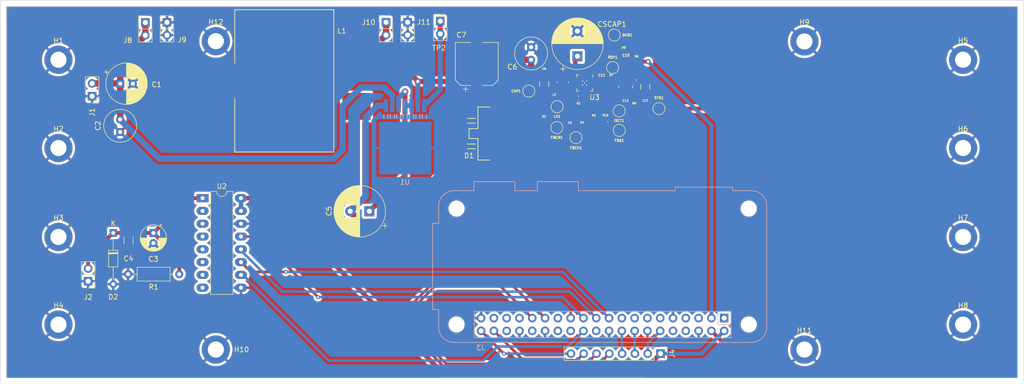
<source format=kicad_pcb>
(kicad_pcb (version 20221018) (generator pcbnew)
  (title_block (title "Data Capture Module PCB") (date "2023-11-19") (rev "E") (company "HNOI"))
  (layers (0 "F.Cu" signal) (31 "B.Cu" signal) (34 "B.Paste" user) (35 "F.Paste" user) (36 "B.SilkS" user "B.Silkscreen") (37 "F.SilkS" user "F.Silkscreen") (38 "B.Mask" user) (39 "F.Mask" user) (44 "Edge.Cuts" user))
  (net 0 "")
  (net 1 "Net-(U3-BKB)")
  (net 2 "Net-(U3-FBS)")
  (net 3 "/5V")
  (net 4 "Net-(U3-RDY)")
  (net 5 "Net-(L2-Pad2)")
  (net 6 "Net-(U3-ISET)")
  (net 7 "GND")
  (net 8 "Net-(U3-FBCH)")
  (net 9 "Net-(U3-FBCR)")
  (net 10 "/Vsig")
  (net 18 "Net-(J3-GPIO8)")
  (net 19 "Net-(J3-GPIO10)")
  (net 20 "Net-(J3-GPIO9)")
  (net 21 "Net-(J3-GPIO11)")
  (net 23 "Net-(J3-GPIO2)")
  (net 29 "Net-(J3-SPI1_CE0)")
  (net 32 "Net-(J3-RST)")
  (net 34 "Net-(J3-GPIO24)")
  (net 39 "Net-(J3-KEY1)")
  (net 40 "Net-(J3-KEY0)")
  (net 46 "Net-(J3-MOSI1)")
  (net 47 "Net-(J3-SCLK1)")
  (net 48 "Net-(TP2-Pin_1)")
  (net 49 "/12V")
  (net 50 "Net-(U1-CB)")
  (net 51 "Net-(D1-K)")
  (net 52 "Net-(J4-Pin_1)")
  (net 53 "/5V - unreg")
  (footprint "Package_DIP:DIP-16_W7.62mm_LongPads" (layer "F.Cu") (at 85.8878 90.0834)
    (fp_text reference "U2")
    (fp_text value "MCP3008")
  )
  (footprint "AAA_senior_design:RESC1508X50N" (layer "F.Cu") (at 167.4622 60.198)
    (fp_text reference "R5")
    (fp_text value "20.0kΩ")
  )
  (footprint "Connector_PinHeader_2.54mm:PinHeader_1x02_P2.54mm_Vertical" (layer "F.Cu") (at 63.9572 69.85 180)
    (fp_text reference "J1")
    (fp_text value "Conn_01x02")
  )
  (footprint "AAA_senior_design:RESC1508X50N" (layer "F.Cu") (at 163.5252 72.5932)
    (fp_text reference "R9")
    (fp_text value "1.21MegΩ")
  )
  (footprint "TestPoint:TestPoint_Pad_D2.0mm" (layer "F.Cu") (at 167.2844 64.1604)
    (fp_text reference "RDY1")
    (fp_text value "TestPoint_Small")
  )
  (footprint "MountingHole:MountingHole_3.2mm_M3_DIN965_Pad" (layer "F.Cu") (at 205.359 58.9788)
    (fp_text reference "H9")
    (fp_text value "MountingHole_Pad")
  )
  (footprint "Capacitor_THT:CP_Radial_D10.0mm_P3.80mm" (layer "F.Cu") (at 118.988677 92.6846 180)
    (fp_text reference "C5")
    (fp_text value "10nF")
  )
  (footprint "Connector_PinHeader_2.54mm:PinHeader_1x02_P2.54mm_Vertical" (layer "F.Cu") (at 78.8162 55.1892)
    (fp_text reference "J9")
    (fp_text value "Conn_01x02")
  )
  (footprint "MountingHole:MountingHole_3.2mm_M3_DIN965_Pad" (layer "F.Cu") (at 88.519 120.142)
    (fp_text reference "H10")
    (fp_text value "MountingHole_Pad")
  )
  (footprint "Package_DFN_QFN:TQFN-16-1EP_3x3mm_P0.5mm_EP1.23x1.23mm" (layer "F.Cu") (at 161.7321 67.195 -90)
    (fp_text reference "U3")
    (fp_text value "MAX38890")
  )
  (footprint "AAA_senior_design:INDC2520X120N" (layer "F.Cu") (at 157.4038 67.1068 -90)
    (fp_text reference "L2")
    (fp_text value "470nH")
  )
  (footprint "AAA_senior_design:15uHInductor" (layer "F.Cu") (at 102.102 66.802 90)
    (fp_text reference "L1")
    (fp_text value "15uH")
  )
  (footprint "AAA_senior_design:RESC1508X50N" (layer "F.Cu") (at 171.5262 73.1012 -90)
    (fp_text reference "R8")
    (fp_text value "3.57MegΩ")
  )
  (footprint "Connector_PinHeader_2.54mm:PinHeader_1x02_P2.54mm_Vertical" (layer "F.Cu") (at 133.0706 54.9402)
    (fp_text reference "TP2")
    (fp_text value "Conn_01x02")
  )
  (footprint "Capacitor_SMD:C_1206_3216Metric" (layer "F.Cu") (at 71.1962 98.4776 90)
    (fp_text reference "C4")
    (fp_text value "0.1uF")
  )
  (footprint "MountingHole:MountingHole_3.2mm_M3_DIN965_Pad" (layer "F.Cu") (at 236.855 80.137)
    (fp_text reference "H6")
    (fp_text value "MountingHole_Pad")
  )
  (footprint "MountingHole:MountingHole_3.2mm_M3_DIN965_Pad" (layer "F.Cu") (at 57.277 115.189)
    (fp_text reference "H4")
    (fp_text value "MountingHole_Pad")
  )
  (footprint "Connector_PinHeader_2.54mm:PinHeader_1x02_P2.54mm_Vertical" (layer "F.Cu") (at 63.1698 106.5784 180)
    (fp_text reference "J2")
    (fp_text value "Conn_01x02")
  )
  (footprint "MountingHole:MountingHole_3.2mm_M3_DIN965_Pad" (layer "F.Cu") (at 57.277 97.79)
    (fp_text reference "H3")
    (fp_text value "MountingHole_Pad")
  )
  (footprint "AAA_senior_design:RESC1508X50N" (layer "F.Cu") (at 172.0342 63.7286 90)
    (fp_text reference "R6")
    (fp_text value "1.00MegΩ")
  )
  (footprint "Connector_PinHeader_2.54mm:PinHeader_1x02_P2.54mm_Vertical" (layer "F.Cu") (at 74.5236 55.2146)
    (fp_text reference "J8")
    (fp_text value "Conn_01x02")
  )
  (footprint "MountingHole:MountingHole_3.2mm_M3_DIN965_Pad" (layer "F.Cu") (at 236.855 62.611)
    (fp_text reference "H5")
    (fp_text value "MountingHole_Pad")
  )
  (footprint "TestPoint:TestPoint_Pad_D2.0mm" (layer "F.Cu") (at 168.6052 76.6318)
    (fp_text reference "FBS1")
    (fp_text value "TestPoint_Small")
  )
  (footprint "AAA_senior_design:0603" (layer "F.Cu") (at 169.9006 63.7286 -90)
    (fp_text reference "C10")
    (fp_text value "2.2nF")
  )
  (footprint "MountingHole:MountingHole_3.2mm_M3_DIN965_Pad" (layer "F.Cu") (at 57.277 80.137)
    (fp_text reference "H2")
    (fp_text value "MountingHole_Pad")
  )
  (footprint "Capacitor_THT:CP_Radial_D8.0mm_P2.50mm" (layer "F.Cu") (at 69.535549 67.3608)
    (fp_text reference "C1")
    (fp_text value "100uF")
  )
  (footprint "Capacitor_THT:CP_Radial_D10.0mm_P5.00mm" (layer "F.Cu") (at 160.2994 61.930677 90)
    (fp_text reference "CSCAP1")
    (fp_text value "11F")
  )
  (footprint "MountingHole:MountingHole_3.2mm_M3_DIN965_Pad" (layer "F.Cu") (at 88.519 58.928)
    (fp_text reference "H12")
    (fp_text value "MountingHole_Pad")
  )
  (footprint "TestPoint:TestPoint_Pad_D2.0mm" (layer "F.Cu") (at 167.6146 57.7088)
    (fp_text reference "BKB1")
    (fp_text value "TestPoint_Small")
  )
  (footprint "Capacitor_THT:C_Radial_D6.3mm_H11.0mm_P2.50mm" (layer "F.Cu") (at 69.5198 76.962 90)
    (fp_text reference "C2")
    (fp_text value "0.1uF")
  )
  (footprint "AAA_senior_design:RESC1508X50N" (layer "F.Cu") (at 161.2392 73.2028 -90)
    (fp_text reference "R4")
    (fp_text value "499kΩ")
  )
  (footprint "TestPoint:TestPoint_Pad_D2.0mm" (layer "F.Cu") (at 156.2608 71.9328)
    (fp_text reference "LX1")
    (fp_text value "TestPoint_Small")
  )
  (footprint "TestPoint:TestPoint_Pad_D2.0mm" (layer "F.Cu") (at 150.6474 68.834)
    (fp_text reference "CAP1")
    (fp_text value "TestPoint_Small")
  )
  (footprint "AAA_senior_design:RESC1508X50N" (layer "F.Cu") (at 165.862 71.8282 -90)
    (fp_text reference "R10")
    (fp_text value "20.0kΩ")
  )
  (footprint "MountingHole:MountingHole_3.2mm_M3_DIN965_Pad" (layer "F.Cu") (at 205.359 120.142)
    (fp_text reference "H11")
    (fp_text value "MountingHole_Pad")
  )
  (footprint "AAA_senior_design:CAP_C0603_CND" (layer "F.Cu") (at 165.1254 67.6656 90)
    (fp_text reference "C11")
    (fp_text value "1uF")
  )
  (footprint "MountingHole:MountingHole_3.2mm_M3_DIN965_Pad" (layer "F.Cu") (at 236.855 97.79)
    (fp_text reference "H7")
    (fp_text value "MountingHole_Pad")
  )
  (footprint "AAA_senior_design:RESC1508X50N" (layer "F.Cu") (at 153.67 71.9582 -90)
    (fp_text reference "R2")
    (fp_text value "2.1MegΩ")
  )
  (footprint "AAA_senior_design:D2PAK_STM" (layer "F.Cu") (at 145.3388 77.2668 -90)
    (fp_text reference "D1")
    (fp_text value "40V" hide)
  )
  (footprint "TestPoint:TestPoint_Pad_D2.0mm" (layer "F.Cu") (at 176.4792 72.3138)
    (fp_text reference "SYS1")
    (fp_text value "TestPoint_Small")
  )
  (footprint "AAA_senior_design:CAPC3216X180N" (layer "F.Cu") (at 173.7614 68.0212 -90)
    (fp_text reference "C12")
    (fp_text value "27.4uF")
  )
  (footprint "Diode_THT:D_DO-34_SOD68_P10.16mm_Horizontal" (layer "F.Cu") (at 68.1482 97.0026 -90)
    (fp_text reference "D2")
    (fp_text value "5.1V")
  )
  (footprint "AAA_senior_design:RESC1508X50N" (layer "F.Cu") (at 167.005 67.6178 90)
    (fp_text reference "R7")
    (fp_text value "1.00MegΩ")
  )
  (footprint "AAA_senior_design:RES_ERJ3EKF4023V" (layer "F.Cu") (at 160.5026 70.231)
    (fp_text reference "R3")
    (fp_text value "86.6kΩ")
  )
  (footprint "Connector_PinHeader_2.54mm:PinHeader_1x02_P2.54mm_Vertical" (layer "F.Cu") (at 126.5936 55.1688)
    (fp_text reference "J11")
    (fp_text value "Conn_01x02")
  )
  (footprint "Capacitor_THT:C_Radial_D6.3mm_H11.0mm_P2.50mm" (layer "F.Cu") (at 151.1046 60.111 -90)
    (fp_text reference "C6")
    (fp_text value "0.1uF")
  )
  (footprint "MountingHole:MountingHole_3.2mm_M3_DIN965_Pad" (layer "F.Cu") (at 236.855 115.189)
    (fp_text reference "H8")
    (fp_text value "MountingHole_Pad")
  )
  (footprint "TestPoint:TestPoint_Pad_D2.0mm" (layer "F.Cu") (at 168.5798 72.771)
    (fp_text reference "ISET1")
    (fp_text value "TestPoint_Small")
  )
  (footprint "Capacitor_SMD:CP_Elec_8x6.9" (layer "F.Cu") (at 140.3096 63.4492 90)
    (fp_text reference "C7")
    (fp_text value "220.0uF")
  )
  (footprint "AAA_senior_design:CAPC1608X87N" (layer "F.Cu") (at 158.7754 73.2028 -90)
    (fp_text reference "C9")
    (fp_text value "4.7uF")
  )
  (footprint "Connector_PinHeader_2.54mm:PinHeader_1x02_P2.54mm_Vertical" (layer "F.Cu") (at 122.301 55.1688)
    (fp_text reference "J10")
    (fp_text value "Conn_01x02")
  )
  (footprint "MountingHole:MountingHole_3.2mm_M3_DIN965_Pad" (layer "F.Cu") (at 57.277 62.611)
    (fp_text reference "H1")
    (fp_text value "MountingHole_Pad")
  )
  (footprint "Resistor_THT:R_Axial_DIN0207_L6.3mm_D2.5mm_P10.16mm_Horizontal" (layer "F.Cu") (at 81.2546 105.1814 180)
    (fp_text reference "R1")
    (fp_text value "100kΩ")
  )
  (footprint "Capacitor_THT:CP_Radial_D5.0mm_P2.00mm" (layer "F.Cu") (at 76.1238 97.0026 -90)
    (fp_text reference "C3")
    (fp_text value "10uF")
  )
  (footprint "AAA_senior_design:CAPC3216X180N" (layer "F.Cu") (at 153.6954 67.3862 90)
    (fp_text reference "C8")
    (fp_text value "27.4uF")
  )
  (footprint "Connector_PinHeader_2.54mm:PinHeader_1x08_P2.54mm_Vertical" (layer "F.Cu") (at 176.784 120.9548 -90)
    (fp_text reference "J4")
    (fp_text value "Conn_01x08")
  )
  (footprint "TestPoint:TestPoint_Pad_D2.0mm" (layer "F.Cu") (at 156.21 76.073)
    (fp_text reference "FBCR1")
    (fp_text value "TestPoint_Small")
  )
  (footprint "TestPoint:TestPoint_Pad_D2.0mm" (layer "F.Cu") (at 159.9946 78.0796)
    (fp_text reference "FBCH1")
    (fp_text value "TestPoint_Small")
  )
  (footprint "AAA_senior_design:CAPC3225X270N" (layer "F.Cu") (at 169.8498 67.9958 90)
    (fp_text reference "C13")
    (fp_text value "43.2uF")
  )
  (footprint "AAA_senior_design:TS7B" (layer "B.Cu") (at 126.0856 79.9973)
    (fp_text reference "U1")
    (fp_text value "LM2678SX-5.0/NOPB")
  )
  (footprint "Module:Raspberry_Pi_Zero_Socketed_THT_FaceDown_MountingHoles" (layer "B.Cu") (at 189.4332 113.8936 90)
    (fp_text reference "J3")
    (fp_text value "Raspberry_Pi_Zero_2W")
  )
  (gr_rect (start 45.72 50.8) (end 248.92 127) (stroke (width 0.1)) (fill none) (layer "Edge.Cuts"))
  (segment (start 160.9821 65.147048) (end 165.931148 60.198) (width 0.254) (layer "F.Cu") (net 1))
  (segment (start 166.6972 58.6262) (end 167.6146 57.7088) (width 0.254) (layer "F.Cu") (net 1))
  (segment (start 166.6972 60.198) (end 166.6972 58.6262) (width 0.254) (layer "F.Cu") (net 1))
  (segment (start 165.931148 60.198) (end 166.6972 60.198) (width 0.254) (layer "F.Cu") (net 1))
  (segment (start 160.9821 65.7575) (end 160.9821 65.147048) (width 0.254) (layer "F.Cu") (net 1))
  (segment (start 168.6052 76.6318) (end 168.7606 76.6318) (width 0.254) (layer "F.Cu") (net 2))
  (segment (start 165.2778 76.6318) (end 168.6052 76.6318) (width 0.254) (layer "F.Cu") (net 2))
  (segment (start 162.7602 74.1142) (end 165.2778 76.6318) (width 0.254) (layer "F.Cu") (net 2))
  (segment (start 162.7602 72.5932) (end 162.7602 74.1142) (width 0.254) (layer "F.Cu") (net 2))
  (segment (start 162.7602 72.5932) (end 162.7632 72.5962) (width 0.254) (layer "F.Cu") (net 2))
  (segment (start 161.9801 71.6808) (end 161.9801 68.6325) (width 0.254) (layer "F.Cu") (net 2))
  (segment (start 162.7602 72.4609) (end 161.9801 71.6808) (width 0.254) (layer "F.Cu") (net 2))
  (segment (start 168.7606 76.6318) (end 171.5262 73.8662) (width 0.254) (layer "F.Cu") (net 2))
  (segment (start 162.7602 72.5932) (end 162.7602 72.4609) (width 0.254) (layer "F.Cu") (net 2))
  (segment (start 163.1696 67.945) (end 163.6903 68.4657) (width 0.762) (layer "F.Cu") (net 3))
  (segment (start 176.4792 72.3138) (end 171.5486 72.3138) (width 0.762) (layer "F.Cu") (net 3))
  (segment (start 167.7932 69.3368) (end 169.8498 69.3368) (width 0.762) (layer "F.Cu") (net 3))
  (segment (start 189.7888 72.3138) (end 176.4792 72.3138) (width 0.762) (layer "F.Cu") (net 3))
  (segment (start 202.4126 116.078) (end 202.4126 84.9376) (width 0.762) (layer "F.Cu") (net 3))
  (segment (start 165.1254 68.4657) (end 166.9221 68.4657) (width 0.762) (layer "F.Cu") (net 3))
  (segment (start 172.0342 64.4936) (end 172.0342 64.8208) (width 0.889) (layer "F.Cu") (net 3))
  (segment (start 163.6903 68.4657) (end 165.1254 68.4657) (width 0.762) (layer "F.Cu") (net 3))
  (segment (start 173.7614 66.548) (end 173.7614 66.5712) (width 0.889) (layer "F.Cu") (net 3))
  (segment (start 197.231 121.2596) (end 202.4126 116.078) (width 0.762) (layer "F.Cu") (net 3))
  (segment (start 172.0342 64.8208) (end 173.7614 66.548) (width 0.762) (layer "F.Cu") (net 3))
  (segment (start 173.7614 66.5712) (end 170.9958 69.3368) (width 0.762) (layer "F.Cu") (net 3))
  (segment (start 191.7192 121.2596) (end 197.231 121.2596) (width 0.762) (layer "F.Cu") (net 3))
  (segment (start 176.4792 69.289) (end 176.4792 72.3138) (width 0.762) (layer "F.Cu") (net 3))
  (segment (start 186.8932 116.4336) (end 191.7192 121.2596) (width 0.762) (layer "F.Cu") (net 3))
  (segment (start 166.9221 68.4657) (end 167.7932 69.3368) (width 0.762) (layer "F.Cu") (net 3))
  (segment (start 170.9958 69.3368) (end 169.8498 69.3368) (width 0.762) (layer "F.Cu") (net 3))
  (segment (start 202.4126 84.9376) (end 189.7888 72.3138) (width 0.762) (layer "F.Cu") (net 3))
  (segment (start 163.1696 67.945) (end 163.1696 67.7165) (width 0.762) (layer "F.Cu") (net 3))
  (segment (start 173.7614 66.5712) (end 176.4792 69.289) (width 0.762) (layer "F.Cu") (net 3))
  (segment (start 171.5486 72.3138) (end 171.5262 72.3362) (width 0.889) (layer "F.Cu") (net 3))
  (segment (start 167.005 66.8528) (end 167.005 64.4398) (width 0.254) (layer "F.Cu") (net 4))
  (segment (start 165.6842 62.5602) (end 164.211 62.5602) (width 0.254) (layer "F.Cu") (net 4))
  (segment (start 167.005 64.4398) (end 167.2844 64.1604) (width 0.254) (layer "F.Cu") (net 4))
  (segment (start 161.4821 65.2891) (end 161.4821 65.7575) (width 0.254) (layer "F.Cu") (net 4))
  (segment (start 167.2844 64.1604) (end 165.6842 62.5602) (width 0.254) (layer "F.Cu") (net 4))
  (segment (start 164.211 62.5602) (end 161.4821 65.2891) (width 0.254) (layer "F.Cu") (net 4))
  (segment (start 157.4038 68.1968) (end 157.4038 70.7898) (width 1.016) (layer "F.Cu") (net 5))
  (segment (start 157.6556 67.945) (end 157.4038 68.1968) (width 0.508) (layer "F.Cu") (net 5))
  (segment (start 160.2946 67.445) (end 158.1556 67.445) (width 1.016) (layer "F.Cu") (net 5))
  (segment (start 158.1556 67.445) (end 157.4038 68.1968) (width 1.016) (layer "F.Cu") (net 5))
  (segment (start 157.4038 70.7898) (end 156.2608 71.9328) (width 1.016) (layer "F.Cu") (net 5))
  (segment (start 160.2946 67.945) (end 160.2946 67.024) (width 0.508) (layer "F.Cu") (net 5))
  (segment (start 162.4821 69.8737) (end 163.6716 71.0632) (width 0.254) (layer "F.Cu") (net 6))
  (segment (start 166.872 71.0632) (end 168.5798 72.771) (width 0.254) (layer "F.Cu") (net 6))
  (segment (start 163.6716 71.0632) (end 165.862 71.0632) (width 0.254) (layer "F.Cu") (net 6))
  (segment (start 162.4821 68.6325) (end 162.4821 69.8737) (width 0.254) (layer "F.Cu") (net 6))
  (segment (start 165.862 71.0632) (end 166.872 71.0632) (width 0.254) (layer "F.Cu") (net 6))
  (segment (start 168.5798 72.7456) (end 168.5798 72.771) (width 0.508) (layer "F.Cu") (net 6))
  (segment (start 161.9821 65.7575) (end 162.4821 65.7575) (width 0.254) (layer "F.Cu") (net 7))
  (segment (start 149.2504 76.0476) (end 151.3713 76.0476) (width 1.016) (layer "F.Cu") (net 7))
  (segment (start 163.1696 66.445) (end 162.4852 66.445) (width 0.254) (layer "F.Cu") (net 7))
  (segment (start 163.1696 66.445) (end 163.1696 66.945) (width 0.254) (layer "F.Cu") (net 7))
  (segment (start 162.4852 66.445) (end 162.1282 66.802) (width 0.254) (layer "F.Cu") (net 7))
  (segment (start 151.3713 76.0476) (end 151.384 76.0349) (width 1.016) (layer "F.Cu") (net 7))
  (via (at 162.1282 67.5894) (size 0.4) (drill 0.2) (layers "F.Cu" "B.Cu") (net 7))
  (via (at 162.1282 66.802) (size 0.4) (drill 0.2) (layers "F.Cu" "B.Cu") (net 7))
  (via (at 171.958 66.6242) (size 0.4) (drill 0.2) (layers "F.Cu" "B.Cu") (net 7))
  (via (at 166.3192 74.8792) (size 0.4) (drill 0.2) (layers "F.Cu" "B.Cu") (net 7))
  (via (at 161.3408 67.5894) (size 0.4) (drill 0.2) (layers "F.Cu" "B.Cu") (net 7))
  (via (at 161.7218 67.2084) (size 0.4) (drill 0.2) (layers "F.Cu" "B.Cu") (net 7))
  (via (at 161.3408 66.802) (size 0.4) (drill 0.2) (layers "F.Cu" "B.Cu") (net 7))
  (segment (start 126.0856 71.7169) (end 127.3556 71.7169) (width 1.016) (layer "B.Cu") (net 7))
  (segment (start 161.2276 70.231) (end 161.2276 72.4262) (width 0.254) (layer "F.Cu") (net 8))
  (segment (start 161.2276 70.231) (end 161.2276 69.5568) (width 0.254) (layer "F.Cu") (net 8))
  (segment (start 161.2276 72.4262) (end 161.2392 72.4378) (width 0.254) (layer "F.Cu") (net 8))
  (segment (start 161.2392 72.4378) (end 159.9946 73.6824) (width 0.254) (layer "F.Cu") (net 8))
  (segment (start 159.9946 73.6824) (end 159.9946 78.0796) (width 0.254) (layer "F.Cu") (net 8))
  (segment (start 161.2276 69.5568) (end 161.4841 69.3003) (width 0.254) (layer "F.Cu") (net 8))
  (segment (start 161.4841 69.3003) (end 161.4841 68.6325) (width 0.254) (layer "F.Cu") (net 8))
  (segment (start 159.7776 70.231) (end 159.7776 69.7368) (width 0.381) (layer "F.Cu") (net 9))
  (segment (start 158.7754 72.4278) (end 158.4836 72.4278) (width 0.381) (layer "F.Cu") (net 9))
  (segment (start 157.2768 75.0062) (end 156.21 76.073) (width 0.381) (layer "F.Cu") (net 9))
  (segment (start 158.4836 72.4278) (end 157.2768 73.6346) (width 0.381) (layer "F.Cu") (net 9))
  (segment (start 156.21 76.073) (end 156.21 76.0476) (width 0.508) (layer "F.Cu") (net 9))
  (segment (start 159.7776 69.7368) (end 160.8819 68.6325) (width 0.381) (layer "F.Cu") (net 9))
  (segment (start 159.7776 70.231) (end 159.7776 71.4256) (width 0.381) (layer "F.Cu") (net 9))
  (segment (start 159.7776 71.4256) (end 158.7754 72.4278) (width 0.381) (layer "F.Cu") (net 9))
  (segment (start 157.2768 73.6346) (end 157.2768 75.0062) (width 0.381) (layer "F.Cu") (net 9))
  (segment (start 156.21 76.0476) (end 153.67 73.5076) (width 0.381) (layer "F.Cu") (net 9))
  (segment (start 153.67 73.5076) (end 153.67 72.7232) (width 0.381) (layer "F.Cu") (net 9))
  (segment (start 76.1238 97.0026) (end 81.2546 102.1334) (width 0.762) (layer "F.Cu") (net 10))
  (segment (start 81.2546 102.1334) (end 81.2546 105.1814) (width 0.762) (layer "F.Cu") (net 10))
  (segment (start 68.1482 97.0026) (end 68.0974 97.0026) (width 0.508) (layer "F.Cu") (net 10))
  (segment (start 63.1698 101.9302) (end 63.1698 104.0384) (width 0.762) (layer "F.Cu") (net 10))
  (segment (start 76.1238 97.0026) (end 83.043 90.0834) (width 0.762) (layer "F.Cu") (net 10))
  (segment (start 68.0974 97.0026) (end 63.1698 101.9302) (width 0.762) (layer "F.Cu") (net 10))
  (segment (start 83.043 90.0834) (end 85.8878 90.0834) (width 0.762) (layer "F.Cu") (net 10))
  (segment (start 71.1962 97.0026) (end 76.1238 97.0026) (width 0.762) (layer "F.Cu") (net 10))
  (segment (start 71.1962 97.0026) (end 68.1482 97.0026) (width 0.762) (layer "F.Cu") (net 10))
  (segment (start 144.4244 119.5324) (end 141.6304 122.3264) (width 0.508) (layer "B.Cu") (net 18))
  (segment (start 158.3944 119.5324) (end 144.4244 119.5324) (width 0.508) (layer "B.Cu") (net 18))
  (segment (start 110.9108 122.3264) (end 93.9078 105.3234) (width 0.508) (layer "B.Cu") (net 18))
  (segment (start 161.4932 116.4336) (end 158.3944 119.5324) (width 0.508) (layer "B.Cu") (net 18))
  (segment (start 93.9078 105.3234) (end 93.5078 105.3234) (width 0.508) (layer "B.Cu") (net 18))
  (segment (start 141.6304 122.3264) (end 110.9108 122.3264) (width 0.508) (layer "B.Cu") (net 18))
  (segment (start 102.4382 104.7242) (end 95.4486 104.7242) (width 0.508) (layer "F.Cu") (net 19))
  (segment (start 95.4486 104.7242) (end 93.5078 102.7834) (width 0.508) (layer "F.Cu") (net 19))
  (via (at 102.4382 104.7242) (size 0.762) (drill 0.381) (layers "F.Cu" "B.Cu") (net 19))
  (segment (start 157.4038 104.7242) (end 166.5732 113.8936) (width 0.508) (layer "B.Cu") (net 19))
  (segment (start 102.4382 104.7242) (end 157.4038 104.7242) (width 0.508) (layer "B.Cu") (net 19))
  (segment (start 163.957 113.8936) (end 164.0332 113.8936) (width 0.508) (layer "F.Cu") (net 20))
  (segment (start 101.661926 108.6358) (end 93.5078 100.481674) (width 0.508) (layer "B.Cu") (net 20))
  (segment (start 93.5078 100.481674) (end 93.5078 100.2434) (width 0.508) (layer "B.Cu") (net 20))
  (segment (start 164.0332 113.8936) (end 158.7754 108.6358) (width 0.508) (layer "B.Cu") (net 20))
  (segment (start 158.7754 108.6358) (end 101.661926 108.6358) (width 0.508) (layer "B.Cu") (net 20))
  (segment (start 108.7882 109.7026) (end 96.789 97.7034) (width 0.508) (layer "F.Cu") (net 21))
  (segment (start 96.789 97.7034) (end 93.5078 97.7034) (width 0.508) (layer "F.Cu") (net 21))
  (segment (start 108.7882 109.7326) (end 108.7882 109.7026) (width 0.508) (layer "F.Cu") (net 21))
  (via (at 108.7882 109.7326) (size 0.762) (drill 0.381) (layers "F.Cu" "B.Cu") (net 21))
  (segment (start 108.7882 109.7326) (end 157.3322 109.7326) (width 0.508) (layer "B.Cu") (net 21))
  (segment (start 157.3322 109.7326) (end 161.4932 113.8936) (width 0.508) (layer "B.Cu") (net 21))
  (segment (start 172.0626 62.992) (end 172.0342 62.9636) (width 0.762) (layer "F.Cu") (net 23))
  (segment (start 169.9006 62.8786) (end 171.9492 62.8786) (width 0.254) (layer "F.Cu") (net 23))
  (segment (start 174.3202 62.992) (end 172.0626 62.992) (width 0.762) (layer "F.Cu") (net 23))
  (segment (start 168.2272 61.2052) (end 169.9006 62.8786) (width 0.254) (layer "F.Cu") (net 23))
  (segment (start 171.9492 62.8786) (end 172.0342 62.9636) (width 0.254) (layer "F.Cu") (net 23))
  (segment (start 168.2272 60.198) (end 168.2272 61.2052) (width 0.254) (layer "F.Cu") (net 23))
  (via (at 174.3202 62.992) (size 1.016) (drill 0.508) (layers "F.Cu" "B.Cu") (net 23))
  (segment (start 186.8932 75.565) (end 174.3202 62.992) (width 0.762) (layer "B.Cu") (net 23))
  (segment (start 186.8932 113.8936) (end 186.8932 75.565) (width 0.762) (layer "B.Cu") (net 23))
  (segment (start 176.7332 116.4336) (end 174.244 118.9228) (width 0.508) (layer "B.Cu") (net 29))
  (segment (start 174.244 118.9228) (end 174.244 120.9548) (width 0.508) (layer "B.Cu") (net 29))
  (segment (start 171.667 120.9178) (end 171.704 120.9548) (width 0.508) (layer "F.Cu") (net 32))
  (segment (start 171.6532 116.4336) (end 171.6532 120.904) (width 0.508) (layer "B.Cu") (net 32))
  (segment (start 171.6532 120.904) (end 171.704 120.9548) (width 0.508) (layer "B.Cu") (net 32))
  (segment (start 171.704 116.4844) (end 171.6532 116.4336) (width 0.508) (layer "B.Cu") (net 32))
  (segment (start 169.127 120.9178) (end 169.164 120.9548) (width 0.508) (layer "F.Cu") (net 34))
  (segment (start 169.1132 116.4336) (end 169.1132 120.904) (width 0.508) (layer "B.Cu") (net 34))
  (segment (start 169.1132 120.904) (end 169.164 120.9548) (width 0.508) (layer "B.Cu") (net 34))
  (segment (start 169.164 116.4844) (end 169.1132 116.4336) (width 0.508) (layer "B.Cu") (net 34))
  (segment (start 126.4666 116.194336) (end 126.4666 112.1156) (width 0.508) (layer "F.Cu") (net 39))
  (segment (start 133.947064 123.6748) (end 126.4666 116.194336) (width 0.508) (layer "F.Cu") (net 39))
  (segment (start 146.7866 106.807) (end 153.8732 113.8936) (width 0.508) (layer "F.Cu") (net 39))
  (segment (start 126.4666 112.1156) (end 131.7752 106.807) (width 0.508) (layer "F.Cu") (net 39))
  (segment (start 166.624 120.9548) (end 163.904 123.6748) (width 0.508) (layer "F.Cu") (net 39))
  (segment (start 131.7752 106.807) (end 146.7866 106.807) (width 0.508) (layer "F.Cu") (net 39))
  (segment (start 163.904 123.6748) (end 133.947064 123.6748) (width 0.508) (layer "F.Cu") (net 39))
  (segment (start 127.1746 115.901072) (end 127.1746 112.408864) (width 0.508) (layer "F.Cu") (net 40))
  (segment (start 134.240328 122.9668) (end 127.1746 115.901072) (width 0.508) (layer "F.Cu") (net 40))
  (segment (start 127.1746 112.408864) (end 132.068464 107.515) (width 0.508) (layer "F.Cu") (net 40))
  (segment (start 144.9546 107.515) (end 151.3332 113.8936) (width 0.508) (layer "F.Cu") (net 40))
  (segment (start 164.084 120.9548) (end 162.072 122.9668) (width 0.508) (layer "F.Cu") (net 40))
  (segment (start 162.072 122.9668) (end 134.240328 122.9668) (width 0.508) (layer "F.Cu") (net 40))
  (segment (start 132.068464 107.515) (end 144.9546 107.515) (width 0.508) (layer "F.Cu") (net 40))
  (segment (start 161.544 120.9548) (end 160.24 122.2588) (width 0.508) (layer "F.Cu") (net 46))
  (segment (start 149.5384 122.2588) (end 143.7132 116.4336) (width 0.508) (layer "F.Cu") (net 46))
  (segment (start 160.24 122.2588) (end 149.5384 122.2588) (width 0.508) (layer "F.Cu") (net 46))
  (segment (start 141.1732 116.4336) (end 145.6944 120.9548) (width 0.508) (layer "F.Cu") (net 47))
  (segment (start 145.6944 120.9548) (end 145.7198 120.9548) (width 0.508) (layer "F.Cu") (net 47))
  (via (at 145.7198 120.9548) (size 0.762) (drill 0.381) (layers "F.Cu" "B.Cu") (net 47))
  (segment (start 159.004 120.9548) (end 145.7198 120.9548) (width 0.508) (layer "B.Cu") (net 47))
  (segment (start 133.0706 57.4802) (end 133.0706 54.9402) (width 1.016) (layer "F.Cu") (net 48))
  (segment (start 129.8956 71.7169) (end 133.0706 68.5419) (width 1.016) (layer "B.Cu") (net 48))
  (segment (start 133.0706 68.5419) (end 133.0706 57.4802) (width 1.016) (layer "B.Cu") (net 48))
  (segment (start 69.535549 67.3608) (end 69.535549 62.742651) (width 1.27) (layer "F.Cu") (net 49))
  (segment (start 69.535549 74.446251) (end 69.5198 74.462) (width 1.524) (layer "F.Cu") (net 49))
  (segment (start 74.5236 57.7546) (end 74.5236 55.2146) (width 1.27) (layer "F.Cu") (net 49))
  (segment (start 69.535549 62.742651) (end 74.5236 57.7546) (width 1.27) (layer "F.Cu") (net 49))
  (segment (start 69.535549 67.3608) (end 69.535549 74.446251) (width 1.27) (layer "F.Cu") (net 49))
  (segment (start 69.484749 67.31) (end 69.535549 67.3608) (width 1.524) (layer "F.Cu") (net 49))
  (segment (start 63.9572 67.31) (end 69.484749 67.31) (width 1.27) (layer "F.Cu") (net 49))
  (segment (start 121.9454 68.1228) (end 123.5456 69.723) (width 1.27) (layer "B.Cu") (net 49))
  (segment (start 123.5456 71.7169) (end 123.5456 69.723) (width 0.889) (layer "B.Cu") (net 49))
  (segment (start 117.3226 68.1228) (end 121.9454 68.1228) (width 1.27) (layer "B.Cu") (net 49))
  (segment (start 69.5198 74.462) (end 77.2776 82.2198) (width 1.27) (layer "B.Cu") (net 49))
  (segment (start 111.8616 82.2198) (end 113.6682 80.4132) (width 1.27) (layer "B.Cu") (net 49))
  (segment (start 113.6682 80.4132) (end 113.6682 71.7772) (width 1.27) (layer "B.Cu") (net 49))
  (segment (start 64.008 67.3608) (end 63.9572 67.31) (width 1.016) (layer "B.Cu") (net 49))
  (segment (start 113.6682 71.7772) (end 117.3226 68.1228) (width 1.27) (layer "B.Cu") (net 49))
  (segment (start 77.2776 82.2198) (end 111.8616 82.2198) (width 1.27) (layer "B.Cu") (net 49))
  (segment (start 126.0602 68.9356) (end 126.0602 85.613077) (width 1.016) (layer "F.Cu") (net 50))
  (segment (start 126.0856 68.9102) (end 126.0602 68.9356) (width 1.016) (layer "F.Cu") (net 50))
  (segment (start 126.0602 85.613077) (end 118.988677 92.6846) (width 1.016) (layer "F.Cu") (net 50))
  (via (at 126.0856 68.9102) (size 1.27) (drill 0.635) (layers "F.Cu" "B.Cu") (net 50))
  (segment (start 124.8156 70.1802) (end 126.0856 68.9102) (width 1.016) (layer "B.Cu") (net 50))
  (segment (start 124.8156 71.7169) (end 124.8156 70.1802) (width 1.016) (layer "B.Cu") (net 50))
  (segment (start 122.9868 95.6818) (end 118.11 95.6818) (width 1.27) (layer "F.Cu") (net 51))
  (segment (start 118.11 95.6818) (end 115.188677 92.760477) (width 1.27) (layer "F.Cu") (net 51))
  (segment (start 115.1636 92.659523) (end 116.4336 91.389523) (width 1.27) (layer "F.Cu") (net 51))
  (segment (start 136.5758 74.7268) (end 134.747 74.7268) (width 1.27) (layer "F.Cu") (net 51))
  (segment (start 115.188677 92.6846) (end 115.1636 92.659523) (width 1.016) (layer "F.Cu") (net 51))
  (segment (start 115.188677 92.760477) (end 115.188677 92.6846) (width 1.016) (layer "F.Cu") (net 51))
  (segment (start 116.4336 91.389523) (end 116.4336 71.8804) (width 1.27) (layer "F.Cu") (net 51))
  (segment (start 133.0706 76.4032) (end 133.0706 85.598) (width 1.27) (layer "F.Cu") (net 51))
  (segment (start 116.4336 71.8804) (end 116.437001 71.876999) (width 1.27) (layer "F.Cu") (net 51))
  (segment (start 133.0706 85.598) (end 122.9868 95.6818) (width 1.27) (layer "F.Cu") (net 51))
  (segment (start 134.747 74.7268) (end 133.0706 76.4032) (width 1.27) (layer "F.Cu") (net 51))
  (segment (start 114.8842 92.380123) (end 115.188677 92.6846) (width 1.016) (layer "B.Cu") (net 51))
  (segment (start 120.6119 71.7169) (end 118.2624 74.0664) (width 1.27) (layer "B.Cu") (net 51))
  (segment (start 120.6119 71.7169) (end 122.1391 71.7169) (width 1.27) (layer "B.Cu") (net 51))
  (segment (start 118.2624 89.7128) (end 115.2906 92.6846) (width 1.27) (layer "B.Cu") (net 51))
  (segment (start 118.2624 74.0664) (end 118.2624 89.7128) (width 1.27) (layer "B.Cu") (net 51))
  (segment (start 115.2906 92.6846) (end 115.188677 92.6846) (width 1.016) (layer "B.Cu") (net 51))
  (segment (start 133.3617 124.5733) (end 98.8568 90.0684) (width 0.889) (layer "F.Cu") (net 52))
  (segment (start 176.784 120.9548) (end 173.1655 124.5733) (width 0.889) (layer "F.Cu") (net 52))
  (segment (start 173.1655 124.5733) (end 133.3617 124.5733) (width 0.889) (layer "F.Cu") (net 52))
  (segment (start 98.8568 90.0684) (end 93.5228 90.0684) (width 0.889) (layer "F.Cu") (net 52))
  (segment (start 93.5228 90.0684) (end 93.5078 90.0834) (width 0.508) (layer "F.Cu") (net 52))
  (segment (start 184.912 120.9548) (end 176.784 120.9548) (width 0.762) (layer "B.Cu") (net 52))
  (segment (start 189.4332 116.4336) (end 184.912 120.9548) (width 0.762) (layer "B.Cu") (net 52))
  (segment (start 93.5078 90.0834) (end 93.5078 92.6234) (width 0.889) (layer "B.Cu") (net 52))
  (segment (start 153.6954 68.8362) (end 153.6954 71.1678) (width 1.27) (layer "F.Cu") (net 53))
  (segment (start 151.1046 68.3768) (end 150.6474 68.834) (width 1.27) (layer "F.Cu") (net 53))
  (segment (start 128.6002 66.8782) (end 124.591999 62.869999) (width 1.016) (layer "F.Cu") (net 53))
  (segment (start 128.6002 66.929) (end 128.605 66.9242) (width 1.016) (layer "F.Cu") (net 53))
  (segment (start 153.6954 71.1678) (end 153.67 71.1932) (width 1.016) (layer "F.Cu") (net 53))
  (segment (start 122.301 57.7088) (end 122.301 55.1688) (width 1.27) (layer "F.Cu") (net 53))
  (segment (start 128.605 66.9242) (end 140.3096 66.9242) (width 1.016) (layer "F.Cu") (net 53))
  (segment (start 159.8664 66.0168) (end 157.4038 66.0168) (width 0.889) (layer "F.Cu") (net 53))
  (segment (start 153.6932 68.834) (end 153.6954 68.8362) (width 1.016) (layer "F.Cu") (net 53))
  (segment (start 128.6002 66.929) (end 128.6002 66.8782) (width 1.016) (layer "F.Cu") (net 53))
  (segment (start 116.437001 61.726999) (end 118.282801 61.726999) (width 1.27) (layer "F.Cu") (net 53))
  (segment (start 153.6954 68.8362) (end 156.5148 66.0168) (width 1.27) (layer "F.Cu") (net 53))
  (segment (start 124.591999 62.869999) (end 116.570001 62.869999) (width 1.27) (layer "F.Cu") (net 53))
  (segment (start 159.8664 66.0168) (end 159.8664 62.363677) (width 0.889) (layer "F.Cu") (net 53))
  (segment (start 144.6228 62.611) (end 151.1046 62.611) (width 1.27) (layer "F.Cu") (net 53))
  (segment (start 140.3096 66.9242) (end 144.6228 62.611) (width 1.27) (layer "F.Cu") (net 53))
  (segment (start 151.1046 62.611) (end 151.1046 68.3768) (width 1.27) (layer "F.Cu") (net 53))
  (segment (start 159.8664 62.363677) (end 160.2994 61.930677) (width 0.889) (layer "F.Cu") (net 53))
  (segment (start 150.6474 68.834) (end 153.6932 68.834) (width 1.27) (layer "F.Cu") (net 53))
  (segment (start 118.282801 61.726999) (end 122.301 57.7088) (width 1.27) (layer "F.Cu") (net 53))
  (segment (start 156.5148 66.0168) (end 157.4038 66.0168) (width 1.27) (layer "F.Cu") (net 53))
  (via (at 128.6002 66.929) (size 1.27) (drill 0.635) (layers "F.Cu" "B.Cu") (net 53))
  (segment (start 128.6002 66.929) (end 128.6002 71.6915) (width 1.016) (layer "B.Cu") (net 53))
  (zone (net 7) (net_name "GND") (layers "F&B.Cu") (connect_pads (clearance 0.5)) (min_thickness 0.25) (fill yes (thermal_gap 0.5) (thermal_bridge_width 0.5))
    (polygon (pts (xy 46.99 52.07) (xy 247.65 52.07) (xy 247.65 125.73) (xy 46.99 125.73)))
  )
)
</source>
